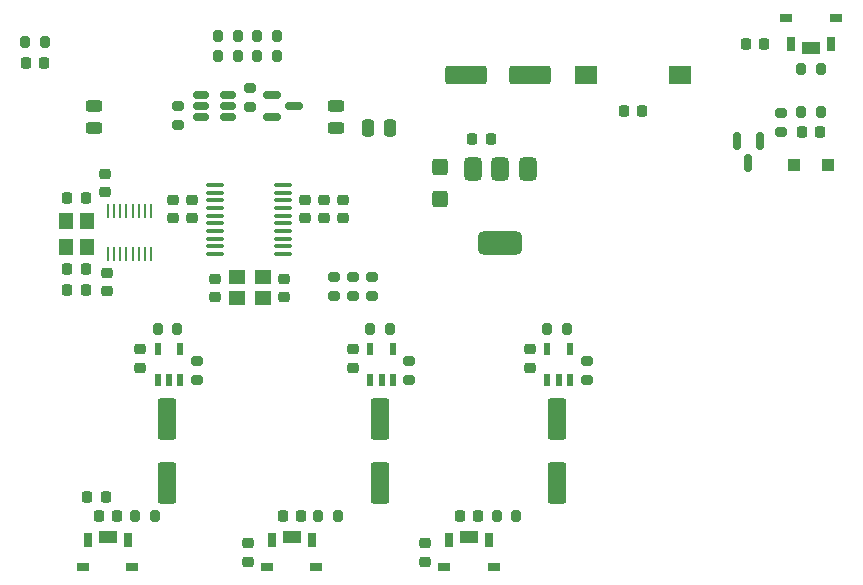
<source format=gtp>
G04 #@! TF.GenerationSoftware,KiCad,Pcbnew,8.0.2*
G04 #@! TF.CreationDate,2024-06-10T19:24:07+08:00*
G04 #@! TF.ProjectId,pppc_usb_hub,70707063-5f75-4736-925f-6875622e6b69,Rev3*
G04 #@! TF.SameCoordinates,Original*
G04 #@! TF.FileFunction,Paste,Top*
G04 #@! TF.FilePolarity,Positive*
%FSLAX46Y46*%
G04 Gerber Fmt 4.6, Leading zero omitted, Abs format (unit mm)*
G04 Created by KiCad (PCBNEW 8.0.2) date 2024-06-10 19:24:07*
%MOMM*%
%LPD*%
G01*
G04 APERTURE LIST*
G04 Aperture macros list*
%AMRoundRect*
0 Rectangle with rounded corners*
0 $1 Rounding radius*
0 $2 $3 $4 $5 $6 $7 $8 $9 X,Y pos of 4 corners*
0 Add a 4 corners polygon primitive as box body*
4,1,4,$2,$3,$4,$5,$6,$7,$8,$9,$2,$3,0*
0 Add four circle primitives for the rounded corners*
1,1,$1+$1,$2,$3*
1,1,$1+$1,$4,$5*
1,1,$1+$1,$6,$7*
1,1,$1+$1,$8,$9*
0 Add four rect primitives between the rounded corners*
20,1,$1+$1,$2,$3,$4,$5,0*
20,1,$1+$1,$4,$5,$6,$7,0*
20,1,$1+$1,$6,$7,$8,$9,0*
20,1,$1+$1,$8,$9,$2,$3,0*%
G04 Aperture macros list end*
%ADD10RoundRect,0.225000X0.225000X0.250000X-0.225000X0.250000X-0.225000X-0.250000X0.225000X-0.250000X0*%
%ADD11RoundRect,0.200000X0.200000X0.275000X-0.200000X0.275000X-0.200000X-0.275000X0.200000X-0.275000X0*%
%ADD12R,0.250000X1.200000*%
%ADD13RoundRect,0.225000X0.250000X-0.225000X0.250000X0.225000X-0.250000X0.225000X-0.250000X-0.225000X0*%
%ADD14R,0.600000X1.100000*%
%ADD15RoundRect,0.250000X0.300000X0.300000X-0.300000X0.300000X-0.300000X-0.300000X0.300000X-0.300000X0*%
%ADD16RoundRect,0.200000X0.275000X-0.200000X0.275000X0.200000X-0.275000X0.200000X-0.275000X-0.200000X0*%
%ADD17RoundRect,0.200000X-0.275000X0.200000X-0.275000X-0.200000X0.275000X-0.200000X0.275000X0.200000X0*%
%ADD18R,0.700000X1.200000*%
%ADD19R,1.500000X1.000000*%
%ADD20R,1.100000X0.700000*%
%ADD21RoundRect,0.218750X-0.218750X-0.256250X0.218750X-0.256250X0.218750X0.256250X-0.218750X0.256250X0*%
%ADD22RoundRect,0.225000X-0.250000X0.225000X-0.250000X-0.225000X0.250000X-0.225000X0.250000X0.225000X0*%
%ADD23RoundRect,0.200000X-0.200000X-0.275000X0.200000X-0.275000X0.200000X0.275000X-0.200000X0.275000X0*%
%ADD24R,1.200000X1.400000*%
%ADD25RoundRect,0.150000X-0.150000X0.587500X-0.150000X-0.587500X0.150000X-0.587500X0.150000X0.587500X0*%
%ADD26RoundRect,0.225000X-0.225000X-0.250000X0.225000X-0.250000X0.225000X0.250000X-0.225000X0.250000X0*%
%ADD27RoundRect,0.150000X-0.512500X-0.150000X0.512500X-0.150000X0.512500X0.150000X-0.512500X0.150000X0*%
%ADD28RoundRect,0.375000X-0.375000X0.625000X-0.375000X-0.625000X0.375000X-0.625000X0.375000X0.625000X0*%
%ADD29RoundRect,0.500000X-1.400000X0.500000X-1.400000X-0.500000X1.400000X-0.500000X1.400000X0.500000X0*%
%ADD30R,1.900000X1.500000*%
%ADD31RoundRect,0.250000X-1.500000X-0.550000X1.500000X-0.550000X1.500000X0.550000X-1.500000X0.550000X0*%
%ADD32RoundRect,0.150000X-0.587500X-0.150000X0.587500X-0.150000X0.587500X0.150000X-0.587500X0.150000X0*%
%ADD33RoundRect,0.100000X0.637500X0.100000X-0.637500X0.100000X-0.637500X-0.100000X0.637500X-0.100000X0*%
%ADD34RoundRect,0.250000X-0.550000X1.500000X-0.550000X-1.500000X0.550000X-1.500000X0.550000X1.500000X0*%
%ADD35RoundRect,0.218750X0.218750X0.256250X-0.218750X0.256250X-0.218750X-0.256250X0.218750X-0.256250X0*%
%ADD36R,1.400000X1.200000*%
%ADD37RoundRect,0.250000X0.425000X-0.450000X0.425000X0.450000X-0.425000X0.450000X-0.425000X-0.450000X0*%
%ADD38RoundRect,0.243750X-0.456250X0.243750X-0.456250X-0.243750X0.456250X-0.243750X0.456250X0.243750X0*%
%ADD39RoundRect,0.250000X-0.250000X-0.475000X0.250000X-0.475000X0.250000X0.475000X-0.250000X0.475000X0*%
G04 APERTURE END LIST*
D10*
X173850000Y-83963500D03*
X172300000Y-83963500D03*
D11*
X137725000Y-123900000D03*
X136075000Y-123900000D03*
D12*
X121955000Y-98099900D03*
X121424900Y-98099900D03*
X120895000Y-98099900D03*
X120364900Y-98099900D03*
X119835100Y-98099900D03*
X119305000Y-98099900D03*
X118774900Y-98099900D03*
X118245000Y-98099900D03*
X118245000Y-101700100D03*
X118774900Y-101700100D03*
X119305000Y-101700100D03*
X119835100Y-101700100D03*
X120364900Y-101700100D03*
X120895000Y-101700100D03*
X121424900Y-101700100D03*
X121955000Y-101700100D03*
D13*
X138200000Y-98675000D03*
X138200000Y-97125000D03*
D11*
X132574000Y-83300000D03*
X130924000Y-83300000D03*
D14*
X140488000Y-112399900D03*
X141438000Y-112399900D03*
X142388000Y-112399900D03*
X142388000Y-109799700D03*
X140488000Y-109799700D03*
D11*
X152850000Y-123900000D03*
X151200000Y-123900000D03*
D13*
X136600000Y-98675000D03*
X136600000Y-97125000D03*
D15*
X179197500Y-94200000D03*
X176397500Y-94200000D03*
D10*
X163525000Y-89600000D03*
X161975000Y-89600000D03*
D16*
X125800000Y-112399900D03*
X125800000Y-110749900D03*
D17*
X140600000Y-105325000D03*
X140600000Y-103675000D03*
D11*
X124135500Y-108100000D03*
X122485500Y-108100000D03*
D10*
X116375000Y-104800000D03*
X114825000Y-104800000D03*
D11*
X132574000Y-85000000D03*
X130924000Y-85000000D03*
D14*
X122474500Y-112399900D03*
X123424500Y-112399900D03*
X124374500Y-112399900D03*
X124374500Y-109799700D03*
X122474500Y-109799700D03*
D18*
X116549900Y-125975000D03*
X119949900Y-125975000D03*
D19*
X118249900Y-125675000D03*
D20*
X116149800Y-128225000D03*
X120350000Y-128225000D03*
D21*
X117482400Y-123900000D03*
X119057400Y-123900000D03*
D17*
X124200000Y-89175000D03*
X124200000Y-90825000D03*
D22*
X154000000Y-109799700D03*
X154000000Y-111349700D03*
D14*
X155488000Y-112399900D03*
X156438000Y-112399900D03*
X157388000Y-112399900D03*
X157388000Y-109799700D03*
X155488000Y-109799700D03*
D23*
X127624000Y-83300000D03*
X129274000Y-83300000D03*
D24*
X114732784Y-98926800D03*
X114732784Y-101127000D03*
X116482784Y-101127000D03*
X116482784Y-98926800D03*
D17*
X139000000Y-105325000D03*
X139000000Y-103675000D03*
D25*
X173450000Y-92125000D03*
X171550000Y-92125000D03*
X172500000Y-94000000D03*
D11*
X112937500Y-83800000D03*
X111287500Y-83800000D03*
D16*
X175300000Y-91425000D03*
X175300000Y-89775000D03*
D26*
X149125000Y-92000000D03*
X150675000Y-92000000D03*
D11*
X122225000Y-123900000D03*
X120575000Y-123900000D03*
D16*
X143800000Y-112399900D03*
X143800000Y-110749900D03*
D27*
X126162500Y-88250000D03*
X126162500Y-89200000D03*
X126162500Y-90150000D03*
X128437500Y-90150000D03*
X128437500Y-89200000D03*
X128437500Y-88250000D03*
D10*
X116375000Y-103000000D03*
X114825000Y-103000000D03*
D22*
X145100000Y-126225000D03*
X145100000Y-127775000D03*
D28*
X153800000Y-94500000D03*
X151500000Y-94500000D03*
D29*
X151500000Y-100800000D03*
D28*
X149200000Y-94500000D03*
D30*
X166750000Y-86550000D03*
X158750000Y-86550000D03*
D31*
X148600000Y-86600000D03*
X154000000Y-86600000D03*
D32*
X132162500Y-88250000D03*
X132162500Y-90150000D03*
X134037500Y-89200000D03*
D22*
X121000000Y-109799700D03*
X121000000Y-111349700D03*
X130100000Y-126225000D03*
X130100000Y-127775000D03*
D13*
X127300000Y-105375000D03*
X127300000Y-103825000D03*
D21*
X133056500Y-123900000D03*
X134631500Y-123900000D03*
D22*
X133200000Y-103825000D03*
X133200000Y-105375000D03*
D33*
X133062500Y-101725000D03*
X133062500Y-101075000D03*
X133062500Y-100425000D03*
X133062500Y-99775000D03*
X133062500Y-99125000D03*
X133062500Y-98475000D03*
X133062500Y-97825000D03*
X133062500Y-97175000D03*
X133062500Y-96525000D03*
X133062500Y-95875000D03*
X127337500Y-95875000D03*
X127337500Y-96525000D03*
X127337500Y-97175000D03*
X127337500Y-97825000D03*
X127337500Y-98475000D03*
X127337500Y-99125000D03*
X127337500Y-99775000D03*
X127337500Y-100425000D03*
X127337500Y-101075000D03*
X127337500Y-101725000D03*
D22*
X139000000Y-109799700D03*
X139000000Y-111349700D03*
D34*
X156324000Y-115699900D03*
X156324000Y-121099900D03*
D26*
X114825000Y-97000000D03*
X116375000Y-97000000D03*
D11*
X142125000Y-108100000D03*
X140475000Y-108100000D03*
X157125000Y-108100000D03*
X155475000Y-108100000D03*
X178645000Y-89700000D03*
X176995000Y-89700000D03*
D35*
X112887500Y-85600000D03*
X111312500Y-85600000D03*
D13*
X125400000Y-98675000D03*
X125400000Y-97125000D03*
D18*
X147124000Y-125975000D03*
X150524000Y-125975000D03*
D19*
X148824000Y-125675000D03*
D20*
X146723900Y-128225000D03*
X150924100Y-128225000D03*
D36*
X131360700Y-103700000D03*
X129160500Y-103700000D03*
X129160500Y-105450000D03*
X131360700Y-105450000D03*
D37*
X146400000Y-97050000D03*
X146400000Y-94350000D03*
D16*
X130265000Y-89325000D03*
X130265000Y-87675000D03*
D23*
X127624000Y-85000000D03*
X129274000Y-85000000D03*
D34*
X123310500Y-115699900D03*
X123310500Y-121099900D03*
D35*
X178587500Y-91400000D03*
X177012500Y-91400000D03*
D21*
X148056500Y-123900000D03*
X149631500Y-123900000D03*
D38*
X117100000Y-89162500D03*
X117100000Y-91037500D03*
D39*
X140250000Y-91037500D03*
X142150000Y-91037500D03*
D11*
X178625000Y-86100000D03*
X176975000Y-86100000D03*
D22*
X118200000Y-103325000D03*
X118200000Y-104875000D03*
D13*
X135000000Y-98675000D03*
X135000000Y-97125000D03*
D18*
X179500000Y-83963500D03*
X176100000Y-83963500D03*
D19*
X177800000Y-84263500D03*
D20*
X179900100Y-81713500D03*
X175699900Y-81713500D03*
D16*
X158800000Y-112399900D03*
X158800000Y-110749900D03*
D26*
X116525000Y-122300000D03*
X118075000Y-122300000D03*
D13*
X123800000Y-98675000D03*
X123800000Y-97125000D03*
D34*
X141324000Y-115699900D03*
X141324000Y-121099900D03*
D17*
X137400000Y-105325000D03*
X137400000Y-103675000D03*
D38*
X137600000Y-89162500D03*
X137600000Y-91037500D03*
D13*
X118000000Y-96475000D03*
X118000000Y-94925000D03*
D18*
X132124000Y-125975000D03*
X135524000Y-125975000D03*
D19*
X133824000Y-125675000D03*
D20*
X131723900Y-128225000D03*
X135924100Y-128225000D03*
M02*

</source>
